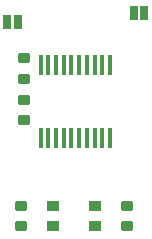
<source format=gtp>
G04 Layer_Color=8421504*
%FSLAX44Y44*%
%MOMM*%
G71*
G01*
G75*
%ADD10R,0.6350X1.2700*%
G04:AMPARAMS|DCode=11|XSize=1mm|YSize=0.9mm|CornerRadius=0.1125mm|HoleSize=0mm|Usage=FLASHONLY|Rotation=180.000|XOffset=0mm|YOffset=0mm|HoleType=Round|Shape=RoundedRectangle|*
%AMROUNDEDRECTD11*
21,1,1.0000,0.6750,0,0,180.0*
21,1,0.7750,0.9000,0,0,180.0*
1,1,0.2250,-0.3875,0.3375*
1,1,0.2250,0.3875,0.3375*
1,1,0.2250,0.3875,-0.3375*
1,1,0.2250,-0.3875,-0.3375*
%
%ADD11ROUNDEDRECTD11*%
%ADD12R,1.0160X0.8636*%
%ADD13R,0.4064X1.6510*%
D10*
X184572Y200000D02*
D03*
X175500D02*
D03*
X68500Y192000D02*
D03*
X77572D02*
D03*
D11*
X80000Y19500D02*
D03*
Y36500D02*
D03*
X170000Y19500D02*
D03*
Y36500D02*
D03*
X83000Y161500D02*
D03*
Y144500D02*
D03*
Y126500D02*
D03*
Y109500D02*
D03*
D12*
X107500Y36890D02*
D03*
X142526D02*
D03*
X107500Y19250D02*
D03*
X142526D02*
D03*
D13*
X155360Y94500D02*
D03*
X148756D02*
D03*
X142406D02*
D03*
X135802D02*
D03*
X129250D02*
D03*
X122750D02*
D03*
X116250D02*
D03*
X109750D02*
D03*
X103250D02*
D03*
X96750D02*
D03*
X155360Y155734D02*
D03*
X148756D02*
D03*
X142406D02*
D03*
X135802D02*
D03*
X129250D02*
D03*
X116250D02*
D03*
X122750D02*
D03*
X109750D02*
D03*
X103250D02*
D03*
X96750D02*
D03*
M02*

</source>
